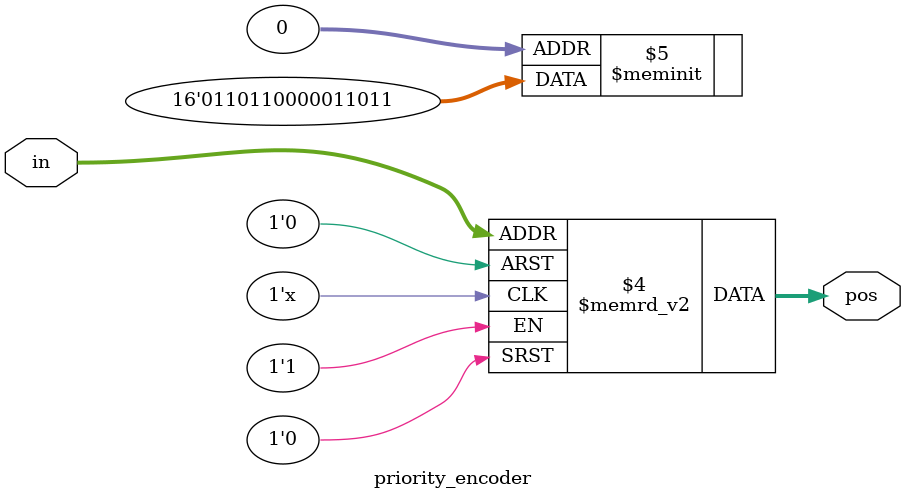
<source format=v>
module priority_encoder( 
input [2:0] in,
output reg [1:0] pos ); 
// When sel=1, assign b to out
always @(in)
	case (in)
		3'b000:	pos = 2'b11;
		3'b001:	pos = 2'b10;
		3'b010:	pos = 2'b01;
		3'b011:	pos = 2'b00;
		3'b100:	pos = 2'b00;
		3'b101:	pos = 2'b11;
		3'b110:	pos = 2'b10;
		3'b111:	pos = 2'b01;
	endcase
endmodule

</source>
